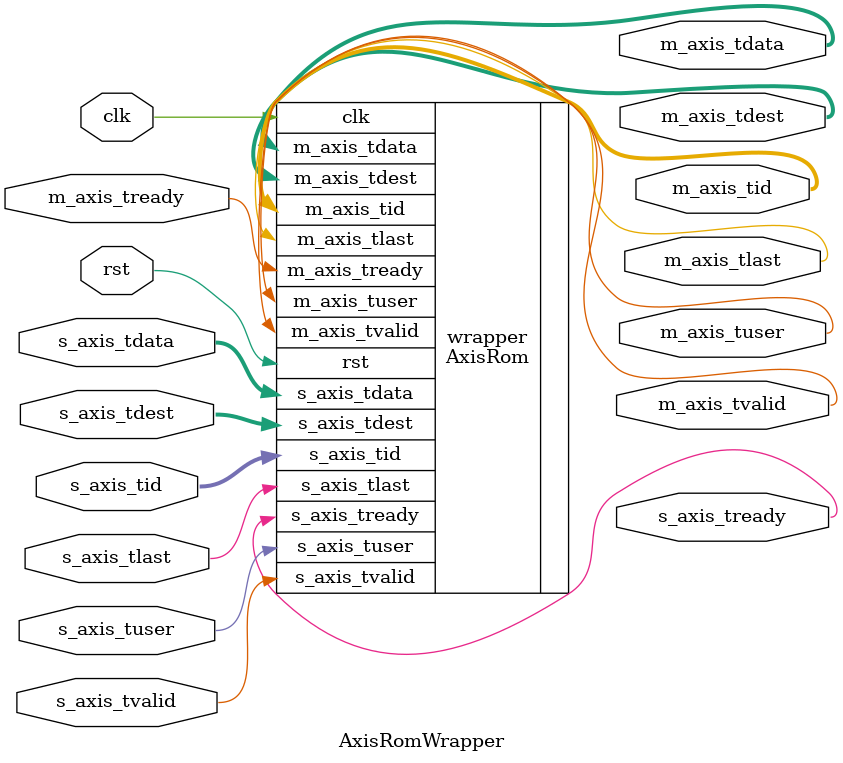
<source format=v>
`resetall
`timescale 1ns / 1ps
`default_nettype none

module AxisRomWrapper #(
  // Width of AXI stream Input interfaces in bits
  parameter ADDR_WIDTH = 8,
  // Width of AXI stream Output interfaces in bits
  parameter DATA_WIDTH = 8,
  // Number of Independent AXI-Stream Channels
  parameter CHANNELS = 1,
  // Path to ROM Data
  parameter ROM_DATA_PATH = "",
  // Propagate tlast signal
  parameter LAST_ENABLE = 1,
  // Propagate tid signal
  parameter ID_ENABLE = 0,
  // tid signal width
  parameter ID_WIDTH = 8,
  // Propagate tdest signal
  parameter DEST_ENABLE = 0,
  // tdest signal width
  parameter DEST_WIDTH = 8,
  // Propagate tuser signal
  parameter USER_ENABLE = 1,
  // tuser signal width
  parameter USER_WIDTH = 1,
  // Register type
  // 0 to bypass, 1 for simple buffer, 2 for skid buffer
  parameter REG_TYPE = 2
) (
  input  wire                                 clk,
  input  wire                                 rst,

  /*
   * AXI Stream Data input
   */
  input  wire [CHANNELS*ADDR_WIDTH-1:0]       s_axis_tdata,
  input  wire [CHANNELS-1:0]                  s_axis_tlast,
  input  wire [CHANNELS-1:0]                  s_axis_tvalid,
  output wire [CHANNELS-1:0]                  s_axis_tready,
  input  wire [CHANNELS*ID_WIDTH-1:0]         s_axis_tid,
  input  wire [CHANNELS*DEST_WIDTH-1:0]       s_axis_tdest,
  input  wire [CHANNELS*USER_WIDTH-1:0]       s_axis_tuser,

  /*
   * AXI Stream output
   */
  output wire [CHANNELS*DATA_WIDTH-1:0]       m_axis_tdata,
  output wire [CHANNELS-1:0]                  m_axis_tlast,
  output wire [CHANNELS-1:0]                  m_axis_tvalid,
  input  wire [CHANNELS-1:0]                  m_axis_tready,
  output wire [CHANNELS*ID_WIDTH-1:0]         m_axis_tid,
  output wire [CHANNELS*DEST_WIDTH-1:0]       m_axis_tdest,
  output wire [CHANNELS*USER_WIDTH-1:0]       m_axis_tuser
);
  AxisRom #(
    .ADDR_WIDTH             (ADDR_WIDTH),
    .DATA_WIDTH             (DATA_WIDTH),
    .CHANNELS               (CHANNELS),
    .ROM_DATA_PATH          (ROM_DATA_PATH),
    .LAST_ENABLE            (LAST_ENABLE),
    .ID_ENABLE              (ID_ENABLE),
    .ID_WIDTH               (ID_WIDTH),
    .DEST_ENABLE            (DEST_ENABLE),
    .DEST_WIDTH             (DEST_WIDTH),
    .USER_ENABLE            (USER_ENABLE),
    .USER_WIDTH             (USER_WIDTH),
    .REG_TYPE               (REG_TYPE)
  ) wrapper (
    .clk                    (clk),
    .rst                    (rst),
    .s_axis_tdata           (s_axis_tdata),
    .s_axis_tlast           (s_axis_tlast),
    .s_axis_tvalid          (s_axis_tvalid),
    .s_axis_tready          (s_axis_tready),
    .s_axis_tid             (s_axis_tid),
    .s_axis_tdest           (s_axis_tdest),
    .s_axis_tuser           (s_axis_tuser),
    .m_axis_tdata           (m_axis_tdata),
    .m_axis_tlast           (m_axis_tlast),
    .m_axis_tvalid          (m_axis_tvalid),
    .m_axis_tready          (m_axis_tready),
    .m_axis_tid             (m_axis_tid),
    .m_axis_tdest           (m_axis_tdest),
    .m_axis_tuser           (m_axis_tuser)
  );
  
endmodule

`resetall

</source>
